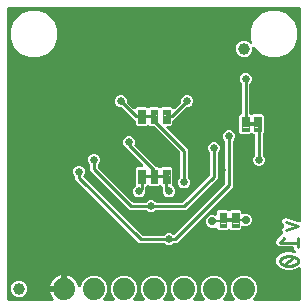
<source format=gbl>
G04 EAGLE Gerber RS-274X export*
G75*
%MOMM*%
%FSLAX34Y34*%
%LPD*%
%INBottom Copper*%
%IPPOS*%
%AMOC8*
5,1,8,0,0,1.08239X$1,22.5*%
G01*
%ADD10C,0.279400*%
%ADD11C,1.000000*%
%ADD12C,1.879600*%
%ADD13C,0.099059*%
%ADD14C,0.254000*%
%ADD15C,0.660400*%
%ADD16C,0.177800*%
%ADD17C,0.705600*%

G36*
X40896Y2812D02*
X40896Y2812D01*
X41034Y2825D01*
X41053Y2832D01*
X41073Y2835D01*
X41202Y2886D01*
X41333Y2933D01*
X41350Y2944D01*
X41368Y2952D01*
X41481Y3033D01*
X41596Y3112D01*
X41610Y3127D01*
X41626Y3138D01*
X41715Y3246D01*
X41807Y3350D01*
X41816Y3368D01*
X41829Y3383D01*
X41888Y3509D01*
X41951Y3634D01*
X41956Y3653D01*
X41964Y3671D01*
X41990Y3808D01*
X42021Y3944D01*
X42020Y3964D01*
X42024Y3983D01*
X42015Y4122D01*
X42011Y4262D01*
X42005Y4281D01*
X42004Y4301D01*
X41961Y4433D01*
X41922Y4567D01*
X41912Y4584D01*
X41906Y4603D01*
X41831Y4721D01*
X41761Y4841D01*
X41742Y4862D01*
X41736Y4872D01*
X41721Y4886D01*
X41716Y4892D01*
X40589Y6443D01*
X39736Y8117D01*
X39155Y9904D01*
X39115Y10161D01*
X49530Y10161D01*
X49648Y10176D01*
X49767Y10183D01*
X49805Y10196D01*
X49845Y10201D01*
X49956Y10244D01*
X50069Y10281D01*
X50103Y10303D01*
X50141Y10318D01*
X50237Y10388D01*
X50338Y10451D01*
X50366Y10481D01*
X50398Y10504D01*
X50474Y10596D01*
X50556Y10683D01*
X50575Y10718D01*
X50601Y10749D01*
X50652Y10857D01*
X50709Y10961D01*
X50720Y11001D01*
X50737Y11037D01*
X50759Y11154D01*
X50789Y11269D01*
X50793Y11330D01*
X50797Y11350D01*
X50795Y11370D01*
X50799Y11430D01*
X50799Y12701D01*
X52070Y12701D01*
X52188Y12716D01*
X52307Y12723D01*
X52345Y12736D01*
X52385Y12741D01*
X52496Y12785D01*
X52609Y12821D01*
X52644Y12843D01*
X52681Y12858D01*
X52777Y12928D01*
X52878Y12991D01*
X52906Y13021D01*
X52939Y13045D01*
X53014Y13136D01*
X53096Y13223D01*
X53116Y13258D01*
X53141Y13290D01*
X53192Y13397D01*
X53250Y13502D01*
X53260Y13541D01*
X53277Y13577D01*
X53299Y13694D01*
X53329Y13809D01*
X53333Y13870D01*
X53337Y13890D01*
X53335Y13910D01*
X53339Y13970D01*
X53339Y24385D01*
X53596Y24345D01*
X55383Y23764D01*
X57057Y22911D01*
X58578Y21806D01*
X59906Y20478D01*
X61011Y18957D01*
X61864Y17283D01*
X62445Y15496D01*
X62520Y15023D01*
X62555Y14900D01*
X62586Y14774D01*
X62600Y14747D01*
X62608Y14718D01*
X62674Y14607D01*
X62734Y14493D01*
X62755Y14470D01*
X62770Y14444D01*
X62861Y14353D01*
X62948Y14257D01*
X62974Y14241D01*
X62995Y14219D01*
X63106Y14154D01*
X63214Y14082D01*
X63243Y14073D01*
X63269Y14057D01*
X63393Y14021D01*
X63515Y13979D01*
X63545Y13977D01*
X63574Y13968D01*
X63703Y13964D01*
X63832Y13954D01*
X63862Y13959D01*
X63892Y13958D01*
X64018Y13986D01*
X64145Y14008D01*
X64173Y14021D01*
X64202Y14027D01*
X64318Y14086D01*
X64435Y14139D01*
X64459Y14158D01*
X64486Y14172D01*
X64583Y14257D01*
X64684Y14338D01*
X64702Y14362D01*
X64724Y14382D01*
X64797Y14489D01*
X64875Y14592D01*
X64894Y14630D01*
X64903Y14644D01*
X64911Y14665D01*
X64946Y14736D01*
X66725Y19031D01*
X69869Y22175D01*
X73977Y23877D01*
X78423Y23877D01*
X82531Y22175D01*
X85675Y19031D01*
X87377Y14923D01*
X87377Y10477D01*
X85675Y6369D01*
X84268Y4961D01*
X84182Y4852D01*
X84094Y4745D01*
X84085Y4726D01*
X84073Y4710D01*
X84017Y4582D01*
X83958Y4457D01*
X83955Y4437D01*
X83946Y4418D01*
X83925Y4280D01*
X83899Y4144D01*
X83900Y4124D01*
X83897Y4104D01*
X83910Y3965D01*
X83918Y3827D01*
X83925Y3808D01*
X83926Y3788D01*
X83974Y3656D01*
X84016Y3525D01*
X84027Y3507D01*
X84034Y3488D01*
X84112Y3373D01*
X84186Y3256D01*
X84201Y3242D01*
X84213Y3225D01*
X84317Y3133D01*
X84418Y3038D01*
X84436Y3028D01*
X84451Y3015D01*
X84575Y2951D01*
X84697Y2884D01*
X84716Y2879D01*
X84734Y2870D01*
X84870Y2840D01*
X85005Y2805D01*
X85033Y2803D01*
X85045Y2800D01*
X85065Y2801D01*
X85165Y2795D01*
X92635Y2795D01*
X92773Y2812D01*
X92911Y2825D01*
X92930Y2832D01*
X92950Y2835D01*
X93080Y2886D01*
X93210Y2933D01*
X93227Y2944D01*
X93246Y2952D01*
X93358Y3033D01*
X93474Y3111D01*
X93487Y3127D01*
X93503Y3138D01*
X93592Y3246D01*
X93684Y3350D01*
X93693Y3368D01*
X93706Y3383D01*
X93765Y3509D01*
X93829Y3633D01*
X93833Y3653D01*
X93842Y3671D01*
X93868Y3808D01*
X93898Y3943D01*
X93898Y3964D01*
X93901Y3983D01*
X93893Y4122D01*
X93889Y4261D01*
X93883Y4281D01*
X93882Y4301D01*
X93839Y4433D01*
X93800Y4567D01*
X93790Y4584D01*
X93784Y4603D01*
X93709Y4721D01*
X93639Y4841D01*
X93620Y4862D01*
X93614Y4872D01*
X93599Y4886D01*
X93532Y4961D01*
X92125Y6369D01*
X90423Y10477D01*
X90423Y14923D01*
X92125Y19031D01*
X95269Y22175D01*
X99377Y23877D01*
X103823Y23877D01*
X107931Y22175D01*
X111075Y19031D01*
X112777Y14923D01*
X112777Y10477D01*
X111075Y6369D01*
X109668Y4961D01*
X109582Y4852D01*
X109494Y4745D01*
X109485Y4726D01*
X109473Y4710D01*
X109417Y4582D01*
X109358Y4457D01*
X109355Y4437D01*
X109346Y4418D01*
X109325Y4280D01*
X109299Y4144D01*
X109300Y4124D01*
X109297Y4104D01*
X109310Y3965D01*
X109318Y3827D01*
X109325Y3808D01*
X109326Y3788D01*
X109374Y3656D01*
X109416Y3525D01*
X109427Y3507D01*
X109434Y3488D01*
X109512Y3373D01*
X109586Y3256D01*
X109601Y3242D01*
X109613Y3225D01*
X109717Y3133D01*
X109818Y3038D01*
X109836Y3028D01*
X109851Y3015D01*
X109975Y2951D01*
X110097Y2884D01*
X110116Y2879D01*
X110134Y2870D01*
X110270Y2840D01*
X110405Y2805D01*
X110433Y2803D01*
X110445Y2800D01*
X110465Y2801D01*
X110565Y2795D01*
X118035Y2795D01*
X118173Y2812D01*
X118311Y2825D01*
X118330Y2832D01*
X118350Y2835D01*
X118480Y2886D01*
X118610Y2933D01*
X118627Y2944D01*
X118646Y2952D01*
X118758Y3033D01*
X118874Y3111D01*
X118887Y3127D01*
X118903Y3138D01*
X118992Y3246D01*
X119084Y3350D01*
X119093Y3368D01*
X119106Y3383D01*
X119165Y3509D01*
X119229Y3633D01*
X119233Y3653D01*
X119242Y3671D01*
X119268Y3808D01*
X119298Y3943D01*
X119298Y3964D01*
X119301Y3983D01*
X119293Y4122D01*
X119289Y4261D01*
X119283Y4281D01*
X119282Y4301D01*
X119239Y4433D01*
X119200Y4567D01*
X119190Y4584D01*
X119184Y4603D01*
X119109Y4721D01*
X119039Y4841D01*
X119020Y4862D01*
X119014Y4872D01*
X118999Y4886D01*
X118932Y4961D01*
X117525Y6369D01*
X115823Y10477D01*
X115823Y14923D01*
X117525Y19031D01*
X120669Y22175D01*
X124777Y23877D01*
X129223Y23877D01*
X133331Y22175D01*
X136475Y19031D01*
X138177Y14923D01*
X138177Y10477D01*
X136475Y6369D01*
X135068Y4961D01*
X134982Y4852D01*
X134894Y4745D01*
X134885Y4726D01*
X134873Y4710D01*
X134817Y4582D01*
X134758Y4457D01*
X134755Y4437D01*
X134746Y4418D01*
X134725Y4280D01*
X134699Y4144D01*
X134700Y4124D01*
X134697Y4104D01*
X134710Y3965D01*
X134718Y3827D01*
X134725Y3808D01*
X134726Y3788D01*
X134774Y3656D01*
X134816Y3525D01*
X134827Y3507D01*
X134834Y3488D01*
X134912Y3373D01*
X134986Y3256D01*
X135001Y3242D01*
X135013Y3225D01*
X135117Y3133D01*
X135218Y3038D01*
X135236Y3028D01*
X135251Y3015D01*
X135375Y2951D01*
X135497Y2884D01*
X135516Y2879D01*
X135534Y2870D01*
X135670Y2840D01*
X135805Y2805D01*
X135833Y2803D01*
X135845Y2800D01*
X135865Y2801D01*
X135965Y2795D01*
X143435Y2795D01*
X143573Y2812D01*
X143711Y2825D01*
X143730Y2832D01*
X143750Y2835D01*
X143880Y2886D01*
X144010Y2933D01*
X144027Y2944D01*
X144046Y2952D01*
X144158Y3033D01*
X144274Y3111D01*
X144287Y3127D01*
X144303Y3138D01*
X144392Y3246D01*
X144484Y3350D01*
X144493Y3368D01*
X144506Y3383D01*
X144565Y3509D01*
X144629Y3633D01*
X144633Y3653D01*
X144642Y3671D01*
X144668Y3808D01*
X144698Y3943D01*
X144698Y3964D01*
X144701Y3983D01*
X144693Y4122D01*
X144689Y4261D01*
X144683Y4281D01*
X144682Y4301D01*
X144639Y4433D01*
X144600Y4567D01*
X144590Y4584D01*
X144584Y4603D01*
X144509Y4721D01*
X144439Y4841D01*
X144420Y4862D01*
X144414Y4872D01*
X144399Y4886D01*
X144332Y4961D01*
X142925Y6369D01*
X141223Y10477D01*
X141223Y14923D01*
X142925Y19031D01*
X146069Y22175D01*
X150177Y23877D01*
X154623Y23877D01*
X158731Y22175D01*
X161875Y19031D01*
X163577Y14923D01*
X163577Y10477D01*
X161875Y6369D01*
X160468Y4961D01*
X160382Y4852D01*
X160294Y4745D01*
X160285Y4726D01*
X160273Y4710D01*
X160217Y4582D01*
X160158Y4457D01*
X160155Y4437D01*
X160146Y4418D01*
X160125Y4280D01*
X160099Y4144D01*
X160100Y4124D01*
X160097Y4104D01*
X160110Y3965D01*
X160118Y3827D01*
X160125Y3808D01*
X160126Y3788D01*
X160174Y3656D01*
X160216Y3525D01*
X160227Y3507D01*
X160234Y3488D01*
X160312Y3373D01*
X160386Y3256D01*
X160401Y3242D01*
X160413Y3225D01*
X160517Y3133D01*
X160618Y3038D01*
X160636Y3028D01*
X160651Y3015D01*
X160775Y2951D01*
X160897Y2884D01*
X160916Y2879D01*
X160934Y2870D01*
X161070Y2840D01*
X161205Y2805D01*
X161233Y2803D01*
X161245Y2800D01*
X161265Y2801D01*
X161365Y2795D01*
X168835Y2795D01*
X168973Y2812D01*
X169111Y2825D01*
X169130Y2832D01*
X169150Y2835D01*
X169280Y2886D01*
X169410Y2933D01*
X169427Y2944D01*
X169446Y2952D01*
X169558Y3033D01*
X169674Y3111D01*
X169687Y3127D01*
X169703Y3138D01*
X169792Y3246D01*
X169884Y3350D01*
X169893Y3368D01*
X169906Y3383D01*
X169965Y3509D01*
X170029Y3633D01*
X170033Y3653D01*
X170042Y3671D01*
X170068Y3808D01*
X170098Y3943D01*
X170098Y3964D01*
X170101Y3983D01*
X170093Y4122D01*
X170089Y4261D01*
X170083Y4281D01*
X170082Y4301D01*
X170039Y4433D01*
X170000Y4567D01*
X169990Y4584D01*
X169984Y4603D01*
X169909Y4721D01*
X169839Y4841D01*
X169820Y4862D01*
X169814Y4872D01*
X169799Y4886D01*
X169732Y4961D01*
X168325Y6369D01*
X166623Y10477D01*
X166623Y14923D01*
X168325Y19031D01*
X171469Y22175D01*
X175577Y23877D01*
X180023Y23877D01*
X184131Y22175D01*
X187275Y19031D01*
X188977Y14923D01*
X188977Y10477D01*
X187275Y6369D01*
X185868Y4961D01*
X185782Y4852D01*
X185694Y4745D01*
X185685Y4726D01*
X185673Y4710D01*
X185617Y4582D01*
X185558Y4457D01*
X185555Y4437D01*
X185546Y4418D01*
X185525Y4280D01*
X185499Y4144D01*
X185500Y4124D01*
X185497Y4104D01*
X185510Y3965D01*
X185518Y3827D01*
X185525Y3808D01*
X185526Y3788D01*
X185574Y3656D01*
X185616Y3525D01*
X185627Y3507D01*
X185634Y3488D01*
X185712Y3373D01*
X185786Y3256D01*
X185801Y3242D01*
X185813Y3225D01*
X185917Y3133D01*
X186018Y3038D01*
X186036Y3028D01*
X186051Y3015D01*
X186175Y2951D01*
X186297Y2884D01*
X186316Y2879D01*
X186334Y2870D01*
X186470Y2840D01*
X186605Y2805D01*
X186633Y2803D01*
X186645Y2800D01*
X186665Y2801D01*
X186765Y2795D01*
X194235Y2795D01*
X194373Y2812D01*
X194511Y2825D01*
X194530Y2832D01*
X194550Y2835D01*
X194680Y2886D01*
X194810Y2933D01*
X194827Y2944D01*
X194846Y2952D01*
X194958Y3033D01*
X195074Y3111D01*
X195087Y3127D01*
X195103Y3138D01*
X195192Y3246D01*
X195284Y3350D01*
X195293Y3368D01*
X195306Y3383D01*
X195365Y3509D01*
X195429Y3633D01*
X195433Y3653D01*
X195442Y3671D01*
X195468Y3808D01*
X195498Y3943D01*
X195498Y3964D01*
X195501Y3983D01*
X195493Y4122D01*
X195489Y4261D01*
X195483Y4281D01*
X195482Y4301D01*
X195439Y4433D01*
X195400Y4567D01*
X195390Y4584D01*
X195384Y4603D01*
X195309Y4721D01*
X195239Y4841D01*
X195220Y4862D01*
X195214Y4872D01*
X195199Y4886D01*
X195132Y4961D01*
X193725Y6369D01*
X192023Y10477D01*
X192023Y14923D01*
X193725Y19031D01*
X196869Y22175D01*
X200977Y23877D01*
X205423Y23877D01*
X209531Y22175D01*
X212675Y19031D01*
X214377Y14923D01*
X214377Y10477D01*
X212675Y6369D01*
X211268Y4961D01*
X211182Y4852D01*
X211094Y4745D01*
X211085Y4726D01*
X211073Y4710D01*
X211017Y4582D01*
X210958Y4457D01*
X210955Y4437D01*
X210946Y4418D01*
X210925Y4280D01*
X210899Y4144D01*
X210900Y4124D01*
X210897Y4104D01*
X210910Y3965D01*
X210918Y3827D01*
X210925Y3808D01*
X210926Y3788D01*
X210974Y3656D01*
X211016Y3525D01*
X211027Y3507D01*
X211034Y3488D01*
X211112Y3373D01*
X211186Y3256D01*
X211201Y3242D01*
X211213Y3225D01*
X211317Y3133D01*
X211418Y3038D01*
X211436Y3028D01*
X211451Y3015D01*
X211575Y2951D01*
X211697Y2884D01*
X211716Y2879D01*
X211734Y2870D01*
X211870Y2840D01*
X212005Y2805D01*
X212033Y2803D01*
X212045Y2800D01*
X212065Y2801D01*
X212165Y2795D01*
X249936Y2795D01*
X250054Y2810D01*
X250173Y2817D01*
X250211Y2830D01*
X250252Y2835D01*
X250362Y2878D01*
X250475Y2915D01*
X250510Y2937D01*
X250547Y2952D01*
X250643Y3021D01*
X250744Y3085D01*
X250772Y3115D01*
X250805Y3138D01*
X250881Y3230D01*
X250962Y3317D01*
X250982Y3352D01*
X251007Y3383D01*
X251058Y3491D01*
X251116Y3595D01*
X251126Y3635D01*
X251143Y3671D01*
X251165Y3788D01*
X251195Y3903D01*
X251199Y3963D01*
X251203Y3983D01*
X251201Y4004D01*
X251205Y4064D01*
X251205Y29859D01*
X251204Y29869D01*
X251205Y29879D01*
X251184Y30026D01*
X251165Y30175D01*
X251162Y30184D01*
X251160Y30194D01*
X251103Y30331D01*
X251048Y30470D01*
X251043Y30479D01*
X251039Y30488D01*
X250949Y30607D01*
X250862Y30728D01*
X250854Y30734D01*
X250848Y30742D01*
X250732Y30835D01*
X250617Y30931D01*
X250607Y30935D01*
X250600Y30941D01*
X250464Y31003D01*
X250329Y31066D01*
X250319Y31068D01*
X250310Y31072D01*
X250162Y31098D01*
X250017Y31126D01*
X250007Y31125D01*
X249997Y31127D01*
X249847Y31115D01*
X249699Y31106D01*
X249690Y31103D01*
X249680Y31102D01*
X249524Y31060D01*
X248001Y30537D01*
X247997Y30536D01*
X247856Y30478D01*
X246514Y29823D01*
X243068Y29028D01*
X239532Y29028D01*
X236086Y29823D01*
X235926Y29901D01*
X235796Y29946D01*
X235669Y29994D01*
X235638Y29999D01*
X235625Y30004D01*
X235604Y30005D01*
X235510Y30022D01*
X235472Y30026D01*
X235391Y30095D01*
X235306Y30178D01*
X235271Y30198D01*
X235239Y30225D01*
X235100Y30304D01*
X234748Y30476D01*
X234747Y30476D01*
X234743Y30478D01*
X234739Y30479D01*
X234599Y30538D01*
X232962Y31099D01*
X230631Y34362D01*
X230631Y38372D01*
X232962Y41634D01*
X234599Y42196D01*
X234603Y42198D01*
X234743Y42255D01*
X236086Y42910D01*
X239532Y43705D01*
X243068Y43705D01*
X245729Y43091D01*
X245852Y43079D01*
X245974Y43059D01*
X246009Y43063D01*
X246045Y43059D01*
X246167Y43078D01*
X246290Y43089D01*
X246324Y43101D01*
X246359Y43107D01*
X246473Y43155D01*
X246590Y43197D01*
X246619Y43217D01*
X246652Y43231D01*
X246751Y43306D01*
X246853Y43375D01*
X246877Y43402D01*
X246905Y43424D01*
X246982Y43521D01*
X247063Y43614D01*
X247080Y43646D01*
X247102Y43674D01*
X247152Y43787D01*
X247208Y43897D01*
X247216Y43932D01*
X247230Y43965D01*
X247250Y44087D01*
X247278Y44207D01*
X247276Y44243D01*
X247282Y44278D01*
X247272Y44401D01*
X247268Y44525D01*
X247258Y44560D01*
X247255Y44595D01*
X247214Y44712D01*
X247179Y44831D01*
X247161Y44861D01*
X247149Y44895D01*
X247081Y44998D01*
X247018Y45105D01*
X246983Y45144D01*
X246973Y45160D01*
X246957Y45174D01*
X246912Y45225D01*
X245617Y46520D01*
X245617Y47553D01*
X245602Y47671D01*
X245595Y47790D01*
X245582Y47828D01*
X245577Y47868D01*
X245534Y47979D01*
X245497Y48092D01*
X245475Y48126D01*
X245460Y48164D01*
X245391Y48260D01*
X245327Y48361D01*
X245297Y48389D01*
X245274Y48421D01*
X245182Y48497D01*
X245095Y48579D01*
X245060Y48598D01*
X245029Y48624D01*
X244921Y48675D01*
X244817Y48732D01*
X244777Y48743D01*
X244741Y48760D01*
X244624Y48782D01*
X244509Y48812D01*
X244449Y48816D01*
X244429Y48820D01*
X244408Y48818D01*
X244348Y48822D01*
X234053Y48822D01*
X234039Y48820D01*
X233913Y48814D01*
X232801Y48691D01*
X232770Y48710D01*
X232742Y48718D01*
X232716Y48732D01*
X232590Y48765D01*
X232530Y48783D01*
X231736Y49578D01*
X231724Y49587D01*
X231631Y49672D01*
X230757Y50371D01*
X230748Y50407D01*
X230735Y50432D01*
X230727Y50460D01*
X230661Y50572D01*
X230631Y50628D01*
X230631Y51752D01*
X230629Y51766D01*
X230624Y51892D01*
X230500Y53004D01*
X230519Y53035D01*
X230528Y53063D01*
X230542Y53088D01*
X230556Y53145D01*
X230569Y53172D01*
X230582Y53240D01*
X230593Y53275D01*
X231387Y54069D01*
X231396Y54080D01*
X231481Y54174D01*
X235610Y59335D01*
X235631Y59346D01*
X235700Y59409D01*
X235776Y59465D01*
X235817Y59516D01*
X235866Y59560D01*
X235917Y59639D01*
X235977Y59711D01*
X236005Y59771D01*
X236041Y59826D01*
X236071Y59915D01*
X236110Y60000D01*
X236122Y60065D01*
X236144Y60127D01*
X236151Y60221D01*
X236168Y60313D01*
X236163Y60378D01*
X236169Y60444D01*
X236152Y60536D01*
X236146Y60630D01*
X236117Y60740D01*
X236114Y60757D01*
X236110Y60766D01*
X236105Y60786D01*
X235374Y62979D01*
X236633Y65498D01*
X236643Y65526D01*
X236658Y65552D01*
X236696Y65676D01*
X236739Y65798D01*
X236741Y65828D01*
X236750Y65857D01*
X236755Y65986D01*
X236766Y66115D01*
X236761Y66144D01*
X236762Y66174D01*
X236735Y66301D01*
X236714Y66429D01*
X236702Y66456D01*
X236696Y66485D01*
X236633Y66634D01*
X235374Y69152D01*
X236206Y71648D01*
X238559Y72825D01*
X248392Y69547D01*
X248401Y69545D01*
X248409Y69542D01*
X248556Y69514D01*
X248704Y69485D01*
X248713Y69486D01*
X248722Y69484D01*
X248871Y69494D01*
X249021Y69503D01*
X249368Y69329D01*
X249458Y69297D01*
X249543Y69257D01*
X249607Y69245D01*
X249668Y69223D01*
X249763Y69215D01*
X249856Y69197D01*
X249920Y69201D01*
X249985Y69196D01*
X250078Y69211D01*
X250173Y69217D01*
X250235Y69237D01*
X250299Y69248D01*
X250385Y69286D01*
X250475Y69315D01*
X250530Y69350D01*
X250590Y69376D01*
X250664Y69435D01*
X250744Y69485D01*
X250789Y69533D01*
X250840Y69573D01*
X250897Y69648D01*
X250962Y69717D01*
X250993Y69774D01*
X251033Y69825D01*
X251070Y69913D01*
X251116Y69995D01*
X251132Y70058D01*
X251157Y70118D01*
X251171Y70212D01*
X251195Y70303D01*
X251202Y70414D01*
X251205Y70433D01*
X251204Y70442D01*
X251205Y70464D01*
X251205Y249936D01*
X251190Y250054D01*
X251183Y250173D01*
X251170Y250211D01*
X251165Y250252D01*
X251122Y250362D01*
X251085Y250475D01*
X251063Y250510D01*
X251048Y250547D01*
X250979Y250643D01*
X250915Y250744D01*
X250885Y250772D01*
X250862Y250805D01*
X250770Y250881D01*
X250683Y250962D01*
X250648Y250982D01*
X250617Y251007D01*
X250509Y251058D01*
X250405Y251116D01*
X250365Y251126D01*
X250329Y251143D01*
X250212Y251165D01*
X250097Y251195D01*
X250037Y251199D01*
X250017Y251203D01*
X249996Y251201D01*
X249936Y251205D01*
X4064Y251205D01*
X3946Y251190D01*
X3827Y251183D01*
X3789Y251170D01*
X3748Y251165D01*
X3638Y251122D01*
X3525Y251085D01*
X3490Y251063D01*
X3453Y251048D01*
X3357Y250979D01*
X3256Y250915D01*
X3228Y250885D01*
X3195Y250862D01*
X3119Y250770D01*
X3038Y250683D01*
X3018Y250648D01*
X2993Y250617D01*
X2942Y250509D01*
X2884Y250405D01*
X2874Y250365D01*
X2857Y250329D01*
X2835Y250212D01*
X2805Y250097D01*
X2801Y250037D01*
X2797Y250017D01*
X2799Y249996D01*
X2795Y249936D01*
X2795Y4064D01*
X2810Y3946D01*
X2817Y3827D01*
X2830Y3789D01*
X2835Y3748D01*
X2878Y3638D01*
X2915Y3525D01*
X2937Y3490D01*
X2952Y3453D01*
X3021Y3357D01*
X3085Y3256D01*
X3115Y3228D01*
X3138Y3195D01*
X3230Y3119D01*
X3317Y3038D01*
X3352Y3018D01*
X3383Y2993D01*
X3491Y2942D01*
X3595Y2884D01*
X3635Y2874D01*
X3671Y2857D01*
X3788Y2835D01*
X3903Y2805D01*
X3963Y2801D01*
X3983Y2797D01*
X4004Y2799D01*
X4064Y2795D01*
X40757Y2795D01*
X40896Y2812D01*
G37*
%LPC*%
G36*
X138689Y49529D02*
X138689Y49529D01*
X136822Y50303D01*
X135935Y51190D01*
X135857Y51250D01*
X135785Y51318D01*
X135732Y51347D01*
X135684Y51384D01*
X135593Y51424D01*
X135506Y51472D01*
X135448Y51487D01*
X135392Y51511D01*
X135294Y51526D01*
X135198Y51551D01*
X135098Y51557D01*
X135078Y51561D01*
X135066Y51559D01*
X135038Y51561D01*
X114307Y51561D01*
X60451Y105417D01*
X60451Y107338D01*
X60439Y107436D01*
X60436Y107535D01*
X60419Y107593D01*
X60411Y107653D01*
X60375Y107745D01*
X60347Y107840D01*
X60317Y107893D01*
X60294Y107949D01*
X60236Y108029D01*
X60186Y108114D01*
X60120Y108190D01*
X60108Y108206D01*
X60098Y108214D01*
X60080Y108235D01*
X59193Y109122D01*
X58419Y110989D01*
X58419Y113011D01*
X59193Y114878D01*
X60622Y116307D01*
X62489Y117081D01*
X64511Y117081D01*
X66378Y116307D01*
X67807Y114878D01*
X68581Y113011D01*
X68581Y110989D01*
X67807Y109122D01*
X67486Y108801D01*
X67413Y108707D01*
X67334Y108617D01*
X67316Y108581D01*
X67291Y108549D01*
X67244Y108440D01*
X67190Y108334D01*
X67181Y108295D01*
X67165Y108258D01*
X67146Y108140D01*
X67120Y108024D01*
X67121Y107983D01*
X67115Y107943D01*
X67126Y107825D01*
X67130Y107706D01*
X67141Y107667D01*
X67145Y107627D01*
X67185Y107515D01*
X67218Y107400D01*
X67238Y107366D01*
X67252Y107328D01*
X67319Y107229D01*
X67379Y107126D01*
X67419Y107081D01*
X67431Y107064D01*
X67446Y107051D01*
X67486Y107006D01*
X116461Y58030D01*
X116539Y57970D01*
X116611Y57902D01*
X116664Y57873D01*
X116712Y57836D01*
X116803Y57796D01*
X116890Y57748D01*
X116949Y57733D01*
X117004Y57709D01*
X117102Y57694D01*
X117198Y57669D01*
X117298Y57663D01*
X117318Y57659D01*
X117331Y57661D01*
X117359Y57659D01*
X135038Y57659D01*
X135136Y57671D01*
X135235Y57674D01*
X135293Y57691D01*
X135353Y57699D01*
X135445Y57735D01*
X135540Y57763D01*
X135593Y57793D01*
X135649Y57816D01*
X135729Y57874D01*
X135814Y57924D01*
X135890Y57990D01*
X135906Y58002D01*
X135914Y58012D01*
X135935Y58030D01*
X136822Y58917D01*
X138689Y59691D01*
X140711Y59691D01*
X142578Y58917D01*
X142779Y58716D01*
X142873Y58643D01*
X142963Y58564D01*
X142999Y58546D01*
X143031Y58521D01*
X143140Y58474D01*
X143246Y58420D01*
X143285Y58411D01*
X143322Y58395D01*
X143440Y58376D01*
X143556Y58350D01*
X143597Y58351D01*
X143637Y58345D01*
X143755Y58356D01*
X143874Y58360D01*
X143913Y58371D01*
X143953Y58375D01*
X144065Y58415D01*
X144180Y58448D01*
X144214Y58468D01*
X144252Y58482D01*
X144351Y58549D01*
X144454Y58609D01*
X144499Y58649D01*
X144516Y58661D01*
X144529Y58676D01*
X144574Y58716D01*
X187080Y101221D01*
X187140Y101299D01*
X187208Y101371D01*
X187237Y101424D01*
X187274Y101472D01*
X187314Y101563D01*
X187362Y101650D01*
X187377Y101709D01*
X187401Y101764D01*
X187416Y101862D01*
X187441Y101958D01*
X187447Y102058D01*
X187451Y102078D01*
X187449Y102091D01*
X187451Y102119D01*
X187451Y137338D01*
X187439Y137436D01*
X187436Y137535D01*
X187430Y137555D01*
X187429Y137572D01*
X187417Y137609D01*
X187411Y137653D01*
X187375Y137745D01*
X187347Y137840D01*
X187335Y137861D01*
X187331Y137875D01*
X187312Y137905D01*
X187294Y137949D01*
X187236Y138029D01*
X187186Y138114D01*
X187162Y138142D01*
X187161Y138143D01*
X187159Y138145D01*
X187120Y138190D01*
X187108Y138206D01*
X187098Y138214D01*
X187080Y138235D01*
X186193Y139122D01*
X185419Y140989D01*
X185419Y143011D01*
X186193Y144878D01*
X187622Y146307D01*
X189489Y147081D01*
X191511Y147081D01*
X193378Y146307D01*
X194807Y144878D01*
X195581Y143011D01*
X195581Y140989D01*
X194807Y139122D01*
X193920Y138235D01*
X193860Y138157D01*
X193792Y138085D01*
X193768Y138042D01*
X193747Y138016D01*
X193741Y138004D01*
X193726Y137984D01*
X193686Y137893D01*
X193638Y137806D01*
X193627Y137762D01*
X193611Y137728D01*
X193608Y137713D01*
X193599Y137692D01*
X193584Y137594D01*
X193559Y137498D01*
X193555Y137434D01*
X193551Y137416D01*
X193552Y137397D01*
X193549Y137378D01*
X193551Y137366D01*
X193549Y137338D01*
X193549Y99067D01*
X146043Y51561D01*
X144362Y51561D01*
X144264Y51549D01*
X144165Y51546D01*
X144107Y51529D01*
X144047Y51521D01*
X143955Y51485D01*
X143860Y51457D01*
X143807Y51427D01*
X143751Y51404D01*
X143671Y51346D01*
X143586Y51296D01*
X143510Y51230D01*
X143494Y51218D01*
X143486Y51208D01*
X143465Y51190D01*
X142578Y50303D01*
X140711Y49529D01*
X138689Y49529D01*
G37*
%LPD*%
%LPC*%
G36*
X224709Y209041D02*
X224709Y209041D01*
X217521Y212019D01*
X212145Y217394D01*
X212036Y217480D01*
X211929Y217568D01*
X211910Y217577D01*
X211894Y217589D01*
X211766Y217645D01*
X211641Y217704D01*
X211621Y217708D01*
X211602Y217716D01*
X211464Y217738D01*
X211328Y217764D01*
X211308Y217762D01*
X211288Y217765D01*
X211149Y217752D01*
X211011Y217744D01*
X210992Y217738D01*
X210972Y217736D01*
X210840Y217688D01*
X210709Y217646D01*
X210691Y217635D01*
X210672Y217628D01*
X210557Y217550D01*
X210440Y217476D01*
X210426Y217461D01*
X210409Y217449D01*
X210317Y217345D01*
X210222Y217244D01*
X210212Y217226D01*
X210199Y217211D01*
X210135Y217087D01*
X210068Y216965D01*
X210063Y216946D01*
X210054Y216928D01*
X210024Y216792D01*
X209989Y216658D01*
X209987Y216629D01*
X209984Y216617D01*
X209985Y216597D01*
X209979Y216497D01*
X209979Y214552D01*
X208947Y212060D01*
X207040Y210153D01*
X204548Y209121D01*
X201852Y209121D01*
X199360Y210153D01*
X197453Y212060D01*
X196421Y214552D01*
X196421Y217248D01*
X197453Y219740D01*
X199360Y221647D01*
X201852Y222679D01*
X204548Y222679D01*
X207040Y221647D01*
X208110Y220576D01*
X208165Y220534D01*
X208214Y220483D01*
X208291Y220436D01*
X208361Y220381D01*
X208425Y220354D01*
X208485Y220317D01*
X208571Y220291D01*
X208653Y220255D01*
X208722Y220244D01*
X208789Y220224D01*
X208878Y220219D01*
X208967Y220205D01*
X209037Y220212D01*
X209107Y220208D01*
X209194Y220227D01*
X209284Y220235D01*
X209350Y220259D01*
X209418Y220273D01*
X209499Y220312D01*
X209583Y220343D01*
X209641Y220382D01*
X209704Y220412D01*
X209772Y220471D01*
X209846Y220521D01*
X209893Y220574D01*
X209946Y220619D01*
X209998Y220692D01*
X210057Y220760D01*
X210089Y220822D01*
X210129Y220879D01*
X210161Y220963D01*
X210202Y221043D01*
X210217Y221111D01*
X210242Y221176D01*
X210252Y221266D01*
X210271Y221353D01*
X210269Y221423D01*
X210277Y221492D01*
X210264Y221581D01*
X210262Y221671D01*
X210242Y221738D01*
X210232Y221807D01*
X210180Y221960D01*
X209041Y224709D01*
X209041Y232491D01*
X212019Y239679D01*
X217521Y245181D01*
X224709Y248159D01*
X232491Y248159D01*
X239679Y245181D01*
X245181Y239679D01*
X248159Y232491D01*
X248159Y224709D01*
X245181Y217521D01*
X239679Y212019D01*
X232491Y209041D01*
X224709Y209041D01*
G37*
%LPD*%
%LPC*%
G36*
X151389Y97789D02*
X151389Y97789D01*
X149522Y98563D01*
X148093Y99992D01*
X147319Y101859D01*
X147319Y103881D01*
X148093Y105748D01*
X148980Y106635D01*
X149040Y106713D01*
X149108Y106785D01*
X149137Y106838D01*
X149174Y106886D01*
X149214Y106977D01*
X149262Y107064D01*
X149277Y107122D01*
X149301Y107178D01*
X149316Y107276D01*
X149341Y107372D01*
X149347Y107472D01*
X149351Y107492D01*
X149349Y107504D01*
X149351Y107532D01*
X149351Y127842D01*
X149339Y127940D01*
X149336Y128039D01*
X149319Y128097D01*
X149311Y128157D01*
X149275Y128249D01*
X149247Y128344D01*
X149217Y128397D01*
X149194Y128453D01*
X149136Y128533D01*
X149086Y128618D01*
X149020Y128694D01*
X149008Y128710D01*
X148998Y128718D01*
X148980Y128739D01*
X127469Y150250D01*
X127391Y150310D01*
X127319Y150378D01*
X127266Y150407D01*
X127218Y150444D01*
X127127Y150484D01*
X127040Y150532D01*
X126982Y150547D01*
X126926Y150571D01*
X126828Y150586D01*
X126732Y150611D01*
X126632Y150617D01*
X126612Y150621D01*
X126600Y150619D01*
X126572Y150621D01*
X123251Y150621D01*
X122691Y151182D01*
X122597Y151255D01*
X122507Y151334D01*
X122471Y151352D01*
X122439Y151377D01*
X122330Y151424D01*
X122224Y151478D01*
X122185Y151487D01*
X122147Y151503D01*
X122030Y151522D01*
X121914Y151548D01*
X121873Y151547D01*
X121833Y151553D01*
X121715Y151542D01*
X121596Y151538D01*
X121557Y151527D01*
X121517Y151523D01*
X121404Y151483D01*
X121290Y151450D01*
X121256Y151430D01*
X121217Y151416D01*
X121119Y151349D01*
X121016Y151289D01*
X120971Y151249D01*
X120954Y151237D01*
X120941Y151222D01*
X120896Y151182D01*
X120335Y150621D01*
X112837Y150621D01*
X111505Y151953D01*
X111505Y154432D01*
X111490Y154550D01*
X111483Y154669D01*
X111470Y154707D01*
X111465Y154748D01*
X111422Y154858D01*
X111385Y154971D01*
X111363Y155006D01*
X111348Y155043D01*
X111279Y155139D01*
X111215Y155240D01*
X111185Y155268D01*
X111162Y155301D01*
X111070Y155377D01*
X110983Y155458D01*
X110948Y155478D01*
X110917Y155503D01*
X110809Y155554D01*
X110705Y155612D01*
X110665Y155622D01*
X110629Y155639D01*
X110543Y155655D01*
X100054Y166145D01*
X99976Y166205D01*
X99903Y166273D01*
X99850Y166302D01*
X99803Y166340D01*
X99712Y166379D01*
X99625Y166427D01*
X99566Y166442D01*
X99511Y166466D01*
X99413Y166481D01*
X99317Y166506D01*
X99217Y166513D01*
X99197Y166516D01*
X99184Y166515D01*
X99156Y166516D01*
X97902Y166516D01*
X96035Y167290D01*
X94606Y168719D01*
X93832Y170586D01*
X93832Y172608D01*
X94606Y174475D01*
X96035Y175904D01*
X97902Y176678D01*
X99924Y176678D01*
X101791Y175904D01*
X103220Y174475D01*
X103994Y172608D01*
X103994Y171354D01*
X104006Y171255D01*
X104009Y171156D01*
X104026Y171098D01*
X104033Y171038D01*
X104070Y170946D01*
X104097Y170851D01*
X104128Y170799D01*
X104151Y170742D01*
X104209Y170662D01*
X104259Y170577D01*
X104325Y170502D01*
X104337Y170485D01*
X104347Y170477D01*
X104365Y170456D01*
X109493Y165329D01*
X109587Y165256D01*
X109676Y165177D01*
X109712Y165159D01*
X109744Y165134D01*
X109853Y165087D01*
X109959Y165033D01*
X109999Y165024D01*
X110036Y165008D01*
X110153Y164989D01*
X110269Y164963D01*
X110310Y164964D01*
X110350Y164958D01*
X110468Y164969D01*
X110587Y164973D01*
X110626Y164984D01*
X110666Y164988D01*
X110779Y165028D01*
X110893Y165061D01*
X110928Y165082D01*
X110966Y165095D01*
X111064Y165162D01*
X111167Y165223D01*
X111212Y165262D01*
X111229Y165274D01*
X111242Y165289D01*
X111288Y165329D01*
X112837Y166879D01*
X120335Y166879D01*
X120896Y166318D01*
X120990Y166245D01*
X121079Y166166D01*
X121115Y166148D01*
X121147Y166123D01*
X121256Y166076D01*
X121362Y166022D01*
X121401Y166013D01*
X121439Y165997D01*
X121556Y165978D01*
X121672Y165952D01*
X121713Y165953D01*
X121753Y165947D01*
X121871Y165958D01*
X121990Y165962D01*
X122029Y165973D01*
X122069Y165977D01*
X122181Y166017D01*
X122296Y166050D01*
X122331Y166070D01*
X122369Y166084D01*
X122467Y166151D01*
X122570Y166211D01*
X122615Y166251D01*
X122632Y166263D01*
X122645Y166278D01*
X122691Y166318D01*
X123251Y166879D01*
X130749Y166879D01*
X131310Y166318D01*
X131404Y166245D01*
X131493Y166166D01*
X131529Y166148D01*
X131561Y166123D01*
X131670Y166076D01*
X131776Y166022D01*
X131815Y166013D01*
X131853Y165997D01*
X131970Y165978D01*
X132086Y165952D01*
X132127Y165953D01*
X132167Y165947D01*
X132285Y165958D01*
X132404Y165962D01*
X132443Y165973D01*
X132483Y165977D01*
X132595Y166017D01*
X132710Y166050D01*
X132745Y166070D01*
X132783Y166084D01*
X132881Y166151D01*
X132984Y166211D01*
X133029Y166251D01*
X133046Y166263D01*
X133059Y166278D01*
X133105Y166318D01*
X133665Y166879D01*
X141163Y166879D01*
X142712Y165329D01*
X142807Y165256D01*
X142896Y165177D01*
X142932Y165159D01*
X142964Y165134D01*
X143073Y165087D01*
X143179Y165033D01*
X143218Y165024D01*
X143256Y165008D01*
X143373Y164989D01*
X143489Y164963D01*
X143530Y164964D01*
X143570Y164958D01*
X143688Y164969D01*
X143807Y164973D01*
X143846Y164984D01*
X143886Y164988D01*
X143998Y165028D01*
X144113Y165061D01*
X144147Y165082D01*
X144186Y165095D01*
X144284Y165162D01*
X144387Y165223D01*
X144432Y165262D01*
X144449Y165274D01*
X144462Y165289D01*
X144507Y165329D01*
X149635Y170456D01*
X149695Y170534D01*
X149763Y170607D01*
X149792Y170660D01*
X149830Y170707D01*
X149869Y170798D01*
X149917Y170885D01*
X149932Y170944D01*
X149956Y170999D01*
X149971Y171097D01*
X149996Y171193D01*
X150003Y171293D01*
X150006Y171313D01*
X150005Y171326D01*
X150006Y171354D01*
X150006Y172608D01*
X150780Y174475D01*
X152209Y175904D01*
X154076Y176678D01*
X156098Y176678D01*
X157965Y175904D01*
X159394Y174475D01*
X160168Y172608D01*
X160168Y170586D01*
X159394Y168719D01*
X157965Y167290D01*
X156098Y166516D01*
X154844Y166516D01*
X154745Y166504D01*
X154646Y166501D01*
X154588Y166484D01*
X154528Y166477D01*
X154436Y166440D01*
X154341Y166413D01*
X154289Y166382D01*
X154232Y166359D01*
X154152Y166301D01*
X154067Y166251D01*
X153992Y166185D01*
X153975Y166173D01*
X153967Y166163D01*
X153946Y166145D01*
X143465Y155664D01*
X143448Y155661D01*
X143338Y155618D01*
X143225Y155581D01*
X143190Y155559D01*
X143153Y155544D01*
X143057Y155475D01*
X142956Y155411D01*
X142928Y155381D01*
X142895Y155358D01*
X142819Y155266D01*
X142738Y155179D01*
X142718Y155144D01*
X142693Y155113D01*
X142642Y155005D01*
X142584Y154901D01*
X142574Y154861D01*
X142557Y154825D01*
X142535Y154708D01*
X142505Y154593D01*
X142501Y154533D01*
X142497Y154513D01*
X142499Y154492D01*
X142495Y154432D01*
X142495Y151953D01*
X141163Y150621D01*
X138785Y150621D01*
X138647Y150604D01*
X138508Y150591D01*
X138489Y150584D01*
X138469Y150581D01*
X138340Y150530D01*
X138209Y150483D01*
X138192Y150472D01*
X138174Y150464D01*
X138062Y150383D01*
X137946Y150305D01*
X137933Y150289D01*
X137916Y150278D01*
X137828Y150170D01*
X137736Y150066D01*
X137726Y150048D01*
X137713Y150033D01*
X137654Y149907D01*
X137591Y149783D01*
X137587Y149763D01*
X137578Y149745D01*
X137552Y149609D01*
X137521Y149473D01*
X137522Y149452D01*
X137518Y149433D01*
X137527Y149294D01*
X137531Y149155D01*
X137537Y149135D01*
X137538Y149115D01*
X137581Y148983D01*
X137619Y148849D01*
X137630Y148832D01*
X137636Y148813D01*
X137710Y148695D01*
X137781Y148575D01*
X137800Y148554D01*
X137806Y148544D01*
X137821Y148530D01*
X137887Y148455D01*
X155449Y130893D01*
X155449Y107532D01*
X155461Y107434D01*
X155464Y107335D01*
X155481Y107277D01*
X155489Y107217D01*
X155525Y107125D01*
X155553Y107030D01*
X155583Y106977D01*
X155606Y106921D01*
X155664Y106841D01*
X155714Y106756D01*
X155780Y106680D01*
X155792Y106664D01*
X155802Y106656D01*
X155820Y106635D01*
X156707Y105748D01*
X157481Y103881D01*
X157481Y101859D01*
X156707Y99992D01*
X155278Y98563D01*
X153411Y97789D01*
X151389Y97789D01*
G37*
%LPD*%
%LPC*%
G36*
X21509Y209041D02*
X21509Y209041D01*
X14321Y212019D01*
X8819Y217521D01*
X5841Y224709D01*
X5841Y232491D01*
X8819Y239679D01*
X14321Y245181D01*
X21509Y248159D01*
X29291Y248159D01*
X36479Y245181D01*
X41981Y239679D01*
X44959Y232491D01*
X44959Y224709D01*
X41981Y217521D01*
X36479Y212019D01*
X29291Y209041D01*
X21509Y209041D01*
G37*
%LPD*%
%LPC*%
G36*
X123449Y77469D02*
X123449Y77469D01*
X121582Y78243D01*
X120695Y79130D01*
X120617Y79190D01*
X120545Y79258D01*
X120492Y79287D01*
X120444Y79324D01*
X120353Y79364D01*
X120266Y79412D01*
X120208Y79427D01*
X120152Y79451D01*
X120054Y79466D01*
X119958Y79491D01*
X119858Y79497D01*
X119838Y79501D01*
X119826Y79499D01*
X119798Y79501D01*
X106597Y79501D01*
X73081Y113017D01*
X73081Y117408D01*
X73069Y117506D01*
X73066Y117605D01*
X73049Y117663D01*
X73041Y117723D01*
X73005Y117816D01*
X72977Y117911D01*
X72947Y117963D01*
X72924Y118019D01*
X72866Y118099D01*
X72816Y118185D01*
X72749Y118260D01*
X72737Y118276D01*
X72728Y118284D01*
X72709Y118305D01*
X71823Y119192D01*
X71049Y121059D01*
X71049Y123081D01*
X71823Y124948D01*
X73252Y126377D01*
X75119Y127151D01*
X77141Y127151D01*
X79008Y126377D01*
X80437Y124948D01*
X81211Y123081D01*
X81211Y121059D01*
X80437Y119192D01*
X79550Y118305D01*
X79490Y118227D01*
X79422Y118155D01*
X79393Y118102D01*
X79355Y118054D01*
X79316Y117963D01*
X79268Y117877D01*
X79253Y117818D01*
X79229Y117762D01*
X79214Y117664D01*
X79189Y117569D01*
X79182Y117469D01*
X79179Y117448D01*
X79180Y117436D01*
X79179Y117408D01*
X79179Y116068D01*
X79191Y115970D01*
X79194Y115871D01*
X79211Y115813D01*
X79218Y115753D01*
X79255Y115661D01*
X79282Y115566D01*
X79313Y115514D01*
X79335Y115457D01*
X79394Y115377D01*
X79444Y115292D01*
X79510Y115216D01*
X79522Y115200D01*
X79532Y115192D01*
X79550Y115171D01*
X108751Y85970D01*
X108829Y85910D01*
X108901Y85842D01*
X108954Y85813D01*
X109002Y85776D01*
X109093Y85736D01*
X109180Y85688D01*
X109238Y85673D01*
X109294Y85649D01*
X109392Y85634D01*
X109488Y85609D01*
X109588Y85603D01*
X109608Y85599D01*
X109620Y85601D01*
X109648Y85599D01*
X119798Y85599D01*
X119896Y85611D01*
X119995Y85614D01*
X120053Y85631D01*
X120113Y85639D01*
X120205Y85675D01*
X120300Y85703D01*
X120353Y85733D01*
X120409Y85756D01*
X120489Y85814D01*
X120574Y85864D01*
X120650Y85930D01*
X120666Y85942D01*
X120674Y85952D01*
X120695Y85970D01*
X121582Y86857D01*
X123449Y87631D01*
X125471Y87631D01*
X127338Y86857D01*
X128225Y85970D01*
X128303Y85910D01*
X128375Y85842D01*
X128428Y85813D01*
X128476Y85776D01*
X128567Y85736D01*
X128654Y85688D01*
X128712Y85673D01*
X128768Y85649D01*
X128866Y85634D01*
X128962Y85609D01*
X129062Y85603D01*
X129082Y85599D01*
X129094Y85601D01*
X129122Y85599D01*
X150702Y85599D01*
X150800Y85611D01*
X150899Y85614D01*
X150957Y85631D01*
X151017Y85639D01*
X151109Y85675D01*
X151204Y85703D01*
X151257Y85733D01*
X151313Y85756D01*
X151393Y85814D01*
X151478Y85864D01*
X151554Y85930D01*
X151570Y85942D01*
X151578Y85952D01*
X151599Y85970D01*
X174380Y108751D01*
X174440Y108829D01*
X174508Y108901D01*
X174537Y108954D01*
X174574Y109002D01*
X174614Y109093D01*
X174662Y109180D01*
X174677Y109238D01*
X174701Y109294D01*
X174716Y109392D01*
X174741Y109488D01*
X174747Y109588D01*
X174751Y109608D01*
X174749Y109620D01*
X174751Y109648D01*
X174751Y127338D01*
X174739Y127436D01*
X174736Y127535D01*
X174719Y127593D01*
X174711Y127653D01*
X174675Y127745D01*
X174647Y127840D01*
X174617Y127893D01*
X174594Y127949D01*
X174536Y128029D01*
X174486Y128114D01*
X174420Y128190D01*
X174408Y128206D01*
X174398Y128214D01*
X174380Y128235D01*
X173493Y129122D01*
X172719Y130989D01*
X172719Y133011D01*
X173493Y134878D01*
X174922Y136307D01*
X176789Y137081D01*
X178811Y137081D01*
X180678Y136307D01*
X182107Y134878D01*
X182881Y133011D01*
X182881Y130989D01*
X182107Y129122D01*
X181220Y128235D01*
X181160Y128157D01*
X181092Y128085D01*
X181063Y128032D01*
X181026Y127984D01*
X180986Y127893D01*
X180938Y127806D01*
X180923Y127748D01*
X180899Y127692D01*
X180884Y127594D01*
X180859Y127498D01*
X180853Y127398D01*
X180849Y127378D01*
X180851Y127366D01*
X180849Y127338D01*
X180849Y106597D01*
X153753Y79501D01*
X129122Y79501D01*
X129024Y79489D01*
X128925Y79486D01*
X128867Y79469D01*
X128807Y79461D01*
X128715Y79425D01*
X128620Y79397D01*
X128567Y79367D01*
X128511Y79344D01*
X128431Y79286D01*
X128346Y79236D01*
X128270Y79170D01*
X128254Y79158D01*
X128246Y79148D01*
X128225Y79130D01*
X127338Y78243D01*
X125471Y77469D01*
X123449Y77469D01*
G37*
%LPD*%
%LPC*%
G36*
X113289Y90169D02*
X113289Y90169D01*
X111422Y90943D01*
X109993Y92372D01*
X109219Y94239D01*
X109219Y96261D01*
X109993Y98128D01*
X111364Y99499D01*
X111437Y99594D01*
X111516Y99683D01*
X111534Y99719D01*
X111559Y99751D01*
X111606Y99860D01*
X111661Y99966D01*
X111669Y100005D01*
X111685Y100043D01*
X111704Y100160D01*
X111730Y100276D01*
X111729Y100317D01*
X111735Y100357D01*
X111724Y100475D01*
X111721Y100594D01*
X111709Y100633D01*
X111706Y100673D01*
X111665Y100785D01*
X111632Y100900D01*
X111612Y100934D01*
X111598Y100973D01*
X111531Y101071D01*
X111505Y101115D01*
X111505Y114747D01*
X112837Y116079D01*
X116575Y116079D01*
X116713Y116096D01*
X116852Y116109D01*
X116871Y116116D01*
X116891Y116119D01*
X117020Y116170D01*
X117151Y116217D01*
X117168Y116228D01*
X117187Y116236D01*
X117299Y116317D01*
X117414Y116395D01*
X117428Y116411D01*
X117444Y116422D01*
X117533Y116530D01*
X117625Y116634D01*
X117634Y116652D01*
X117647Y116667D01*
X117706Y116793D01*
X117769Y116917D01*
X117774Y116937D01*
X117782Y116955D01*
X117808Y117091D01*
X117839Y117227D01*
X117838Y117248D01*
X117842Y117267D01*
X117834Y117406D01*
X117829Y117545D01*
X117824Y117565D01*
X117822Y117585D01*
X117780Y117717D01*
X117741Y117851D01*
X117731Y117868D01*
X117724Y117887D01*
X117650Y118005D01*
X117579Y118125D01*
X117561Y118146D01*
X117554Y118156D01*
X117539Y118170D01*
X117473Y118245D01*
X104846Y130873D01*
X103607Y132111D01*
X103600Y132117D01*
X103594Y132124D01*
X103474Y132215D01*
X103356Y132306D01*
X103347Y132310D01*
X103340Y132316D01*
X103195Y132387D01*
X102859Y132526D01*
X101430Y133955D01*
X100656Y135822D01*
X100656Y137844D01*
X101430Y139711D01*
X102859Y141140D01*
X104726Y141914D01*
X106748Y141914D01*
X108615Y141140D01*
X110044Y139711D01*
X110818Y137844D01*
X110818Y135823D01*
X110469Y134981D01*
X110461Y134952D01*
X110448Y134926D01*
X110419Y134799D01*
X110385Y134674D01*
X110384Y134644D01*
X110378Y134616D01*
X110382Y134486D01*
X110380Y134356D01*
X110387Y134327D01*
X110388Y134298D01*
X110424Y134173D01*
X110454Y134047D01*
X110468Y134021D01*
X110476Y133992D01*
X110542Y133881D01*
X110603Y133766D01*
X110623Y133744D01*
X110638Y133718D01*
X110744Y133598D01*
X127891Y116450D01*
X127969Y116390D01*
X128041Y116322D01*
X128094Y116293D01*
X128142Y116256D01*
X128233Y116216D01*
X128320Y116168D01*
X128379Y116153D01*
X128434Y116129D01*
X128532Y116114D01*
X128628Y116089D01*
X128728Y116083D01*
X128748Y116079D01*
X128761Y116081D01*
X128789Y116079D01*
X130749Y116079D01*
X131310Y115518D01*
X131404Y115445D01*
X131493Y115366D01*
X131529Y115348D01*
X131561Y115323D01*
X131670Y115276D01*
X131776Y115222D01*
X131815Y115213D01*
X131853Y115197D01*
X131970Y115178D01*
X132086Y115152D01*
X132127Y115153D01*
X132167Y115147D01*
X132285Y115158D01*
X132404Y115162D01*
X132443Y115173D01*
X132483Y115177D01*
X132595Y115217D01*
X132710Y115250D01*
X132745Y115270D01*
X132783Y115284D01*
X132881Y115351D01*
X132984Y115411D01*
X133029Y115451D01*
X133046Y115463D01*
X133059Y115478D01*
X133105Y115518D01*
X133665Y116079D01*
X141163Y116079D01*
X142495Y114747D01*
X142495Y101123D01*
X142484Y101111D01*
X142466Y101075D01*
X142441Y101043D01*
X142393Y100934D01*
X142339Y100828D01*
X142331Y100788D01*
X142315Y100751D01*
X142296Y100633D01*
X142270Y100518D01*
X142271Y100477D01*
X142265Y100437D01*
X142276Y100319D01*
X142279Y100200D01*
X142291Y100161D01*
X142294Y100121D01*
X142335Y100009D01*
X142368Y99894D01*
X142388Y99859D01*
X142402Y99821D01*
X142469Y99723D01*
X142529Y99620D01*
X142569Y99575D01*
X142581Y99558D01*
X142596Y99545D01*
X142636Y99499D01*
X144007Y98128D01*
X144781Y96261D01*
X144781Y94239D01*
X144007Y92372D01*
X142578Y90943D01*
X140711Y90169D01*
X138689Y90169D01*
X136822Y90943D01*
X135393Y92372D01*
X134619Y94239D01*
X134619Y95493D01*
X134607Y95592D01*
X134604Y95691D01*
X134587Y95749D01*
X134579Y95809D01*
X134543Y95901D01*
X134515Y95996D01*
X134485Y96048D01*
X134462Y96105D01*
X134404Y96185D01*
X134365Y96251D01*
X134365Y98596D01*
X134353Y98694D01*
X134350Y98793D01*
X134333Y98851D01*
X134325Y98911D01*
X134289Y99003D01*
X134261Y99098D01*
X134231Y99151D01*
X134208Y99207D01*
X134150Y99287D01*
X134100Y99372D01*
X134034Y99447D01*
X134022Y99464D01*
X134012Y99472D01*
X133994Y99493D01*
X133105Y100382D01*
X133011Y100455D01*
X132921Y100534D01*
X132885Y100552D01*
X132853Y100577D01*
X132744Y100624D01*
X132638Y100678D01*
X132599Y100687D01*
X132561Y100703D01*
X132444Y100722D01*
X132328Y100748D01*
X132287Y100747D01*
X132247Y100753D01*
X132129Y100742D01*
X132010Y100738D01*
X131971Y100727D01*
X131931Y100723D01*
X131819Y100683D01*
X131704Y100650D01*
X131669Y100630D01*
X131631Y100616D01*
X131533Y100549D01*
X131430Y100489D01*
X131385Y100449D01*
X131368Y100437D01*
X131355Y100422D01*
X131310Y100382D01*
X130749Y99821D01*
X123251Y99821D01*
X122691Y100382D01*
X122597Y100455D01*
X122507Y100534D01*
X122471Y100552D01*
X122439Y100577D01*
X122330Y100624D01*
X122224Y100678D01*
X122185Y100687D01*
X122147Y100703D01*
X122030Y100722D01*
X121914Y100748D01*
X121873Y100747D01*
X121833Y100753D01*
X121715Y100742D01*
X121596Y100738D01*
X121557Y100727D01*
X121517Y100723D01*
X121404Y100683D01*
X121290Y100650D01*
X121256Y100630D01*
X121217Y100616D01*
X121119Y100549D01*
X121016Y100489D01*
X120971Y100449D01*
X120954Y100437D01*
X120941Y100422D01*
X120896Y100382D01*
X120006Y99493D01*
X119946Y99415D01*
X119878Y99343D01*
X119849Y99290D01*
X119812Y99242D01*
X119772Y99151D01*
X119724Y99064D01*
X119709Y99006D01*
X119685Y98950D01*
X119670Y98852D01*
X119645Y98756D01*
X119639Y98656D01*
X119635Y98636D01*
X119637Y98624D01*
X119635Y98596D01*
X119635Y96252D01*
X119624Y96241D01*
X119595Y96188D01*
X119558Y96140D01*
X119518Y96049D01*
X119470Y95962D01*
X119455Y95903D01*
X119431Y95848D01*
X119416Y95750D01*
X119391Y95654D01*
X119385Y95554D01*
X119381Y95534D01*
X119383Y95521D01*
X119381Y95493D01*
X119381Y94239D01*
X118607Y92372D01*
X117178Y90943D01*
X115311Y90169D01*
X113289Y90169D01*
G37*
%LPD*%
%LPC*%
G36*
X214889Y116839D02*
X214889Y116839D01*
X213022Y117613D01*
X211593Y119042D01*
X210819Y120909D01*
X210819Y122931D01*
X211593Y124798D01*
X212480Y125685D01*
X212540Y125763D01*
X212608Y125835D01*
X212637Y125888D01*
X212674Y125936D01*
X212714Y126027D01*
X212762Y126114D01*
X212777Y126172D01*
X212801Y126228D01*
X212816Y126326D01*
X212841Y126422D01*
X212847Y126522D01*
X212851Y126542D01*
X212849Y126554D01*
X212851Y126582D01*
X212851Y143002D01*
X212836Y143120D01*
X212829Y143239D01*
X212816Y143277D01*
X212811Y143318D01*
X212768Y143428D01*
X212731Y143541D01*
X212709Y143576D01*
X212694Y143613D01*
X212625Y143709D01*
X212561Y143810D01*
X212531Y143838D01*
X212508Y143871D01*
X212416Y143947D01*
X212329Y144028D01*
X212294Y144048D01*
X212263Y144073D01*
X212155Y144124D01*
X212051Y144182D01*
X212011Y144192D01*
X211975Y144209D01*
X211858Y144231D01*
X211743Y144261D01*
X211683Y144265D01*
X211663Y144269D01*
X211642Y144267D01*
X211582Y144271D01*
X211008Y144271D01*
X210447Y144832D01*
X210353Y144905D01*
X210264Y144984D01*
X210228Y145002D01*
X210196Y145027D01*
X210087Y145074D01*
X209981Y145128D01*
X209942Y145137D01*
X209904Y145153D01*
X209787Y145172D01*
X209671Y145198D01*
X209630Y145197D01*
X209590Y145203D01*
X209472Y145192D01*
X209353Y145188D01*
X209314Y145177D01*
X209274Y145173D01*
X209162Y145133D01*
X209047Y145100D01*
X209012Y145080D01*
X208974Y145066D01*
X208876Y144999D01*
X208773Y144939D01*
X208728Y144899D01*
X208711Y144887D01*
X208698Y144872D01*
X208652Y144832D01*
X208092Y144271D01*
X200594Y144271D01*
X199262Y145603D01*
X199262Y159197D01*
X200743Y160678D01*
X200763Y160686D01*
X200859Y160755D01*
X200960Y160819D01*
X200988Y160849D01*
X201021Y160872D01*
X201097Y160964D01*
X201178Y161051D01*
X201198Y161086D01*
X201223Y161117D01*
X201274Y161225D01*
X201332Y161329D01*
X201342Y161369D01*
X201359Y161405D01*
X201381Y161522D01*
X201411Y161637D01*
X201415Y161697D01*
X201419Y161717D01*
X201417Y161738D01*
X201421Y161798D01*
X201421Y185838D01*
X201409Y185936D01*
X201406Y186035D01*
X201389Y186093D01*
X201381Y186153D01*
X201345Y186245D01*
X201317Y186340D01*
X201287Y186393D01*
X201264Y186449D01*
X201206Y186529D01*
X201156Y186614D01*
X201090Y186690D01*
X201078Y186706D01*
X201068Y186714D01*
X201050Y186735D01*
X200163Y187622D01*
X199389Y189489D01*
X199389Y191511D01*
X200163Y193378D01*
X201592Y194807D01*
X203459Y195581D01*
X205481Y195581D01*
X207348Y194807D01*
X208777Y193378D01*
X209551Y191511D01*
X209551Y189489D01*
X208777Y187622D01*
X207890Y186735D01*
X207830Y186657D01*
X207762Y186585D01*
X207733Y186532D01*
X207696Y186484D01*
X207656Y186393D01*
X207608Y186306D01*
X207593Y186248D01*
X207569Y186192D01*
X207554Y186094D01*
X207529Y185998D01*
X207523Y185898D01*
X207519Y185878D01*
X207521Y185866D01*
X207519Y185838D01*
X207519Y161627D01*
X207531Y161529D01*
X207534Y161430D01*
X207551Y161372D01*
X207559Y161312D01*
X207595Y161220D01*
X207623Y161125D01*
X207653Y161072D01*
X207676Y161016D01*
X207734Y160936D01*
X207784Y160851D01*
X207850Y160776D01*
X207862Y160759D01*
X207872Y160751D01*
X207890Y160730D01*
X208652Y159968D01*
X208746Y159895D01*
X208836Y159816D01*
X208872Y159798D01*
X208904Y159773D01*
X209013Y159726D01*
X209119Y159672D01*
X209158Y159663D01*
X209196Y159647D01*
X209313Y159628D01*
X209429Y159602D01*
X209470Y159603D01*
X209510Y159597D01*
X209628Y159608D01*
X209747Y159612D01*
X209786Y159623D01*
X209826Y159627D01*
X209938Y159667D01*
X210053Y159700D01*
X210088Y159720D01*
X210126Y159734D01*
X210224Y159801D01*
X210327Y159861D01*
X210372Y159901D01*
X210389Y159913D01*
X210402Y159928D01*
X210447Y159968D01*
X211008Y160529D01*
X218506Y160529D01*
X219838Y159197D01*
X219838Y145603D01*
X219320Y145086D01*
X219260Y145008D01*
X219192Y144936D01*
X219163Y144883D01*
X219126Y144835D01*
X219086Y144744D01*
X219038Y144657D01*
X219023Y144599D01*
X218999Y144543D01*
X218984Y144445D01*
X218959Y144349D01*
X218953Y144249D01*
X218949Y144229D01*
X218951Y144217D01*
X218949Y144189D01*
X218949Y126582D01*
X218961Y126484D01*
X218964Y126385D01*
X218981Y126327D01*
X218989Y126267D01*
X219025Y126175D01*
X219053Y126080D01*
X219083Y126027D01*
X219106Y125971D01*
X219164Y125891D01*
X219214Y125806D01*
X219280Y125730D01*
X219292Y125714D01*
X219302Y125706D01*
X219320Y125685D01*
X220207Y124798D01*
X220981Y122931D01*
X220981Y120909D01*
X220207Y119042D01*
X218778Y117613D01*
X216911Y116839D01*
X214889Y116839D01*
G37*
%LPD*%
%LPC*%
G36*
X181544Y62991D02*
X181544Y62991D01*
X179947Y64588D01*
X179933Y64605D01*
X179869Y64694D01*
X179830Y64726D01*
X179798Y64763D01*
X179708Y64827D01*
X179624Y64897D01*
X179579Y64918D01*
X179538Y64946D01*
X179435Y64985D01*
X179336Y65032D01*
X179287Y65042D01*
X179241Y65059D01*
X179131Y65071D01*
X179024Y65092D01*
X178974Y65089D01*
X178925Y65094D01*
X178816Y65079D01*
X178706Y65072D01*
X178659Y65057D01*
X178610Y65050D01*
X178457Y64998D01*
X177360Y64543D01*
X175248Y64543D01*
X173298Y65351D01*
X171805Y66844D01*
X170997Y68794D01*
X170997Y70906D01*
X171805Y72856D01*
X173298Y74349D01*
X175248Y75157D01*
X177360Y75157D01*
X178457Y74702D01*
X178505Y74689D01*
X178550Y74668D01*
X178658Y74647D01*
X178764Y74618D01*
X178814Y74617D01*
X178863Y74608D01*
X178972Y74615D01*
X179082Y74613D01*
X179130Y74625D01*
X179180Y74628D01*
X179284Y74662D01*
X179391Y74687D01*
X179435Y74710D01*
X179482Y74726D01*
X179575Y74785D01*
X179672Y74836D01*
X179709Y74869D01*
X179751Y74896D01*
X179826Y74976D01*
X179908Y75050D01*
X179935Y75091D01*
X179969Y75128D01*
X180022Y75224D01*
X180082Y75316D01*
X180099Y75363D01*
X180123Y75406D01*
X180150Y75512D01*
X180186Y75616D01*
X180190Y75666D01*
X180202Y75714D01*
X180212Y75875D01*
X180212Y77917D01*
X181544Y79249D01*
X189042Y79249D01*
X189602Y78688D01*
X189696Y78615D01*
X189786Y78536D01*
X189822Y78518D01*
X189854Y78493D01*
X189963Y78446D01*
X190069Y78392D01*
X190108Y78383D01*
X190146Y78367D01*
X190263Y78348D01*
X190379Y78322D01*
X190420Y78323D01*
X190460Y78317D01*
X190578Y78328D01*
X190697Y78332D01*
X190736Y78343D01*
X190776Y78347D01*
X190889Y78387D01*
X191003Y78420D01*
X191037Y78440D01*
X191076Y78454D01*
X191174Y78521D01*
X191277Y78581D01*
X191322Y78621D01*
X191339Y78633D01*
X191352Y78648D01*
X191397Y78688D01*
X191958Y79249D01*
X199456Y79249D01*
X200788Y77917D01*
X200788Y77238D01*
X200794Y77189D01*
X200792Y77139D01*
X200814Y77032D01*
X200828Y76923D01*
X200846Y76876D01*
X200856Y76828D01*
X200904Y76729D01*
X200945Y76627D01*
X200974Y76587D01*
X200996Y76542D01*
X201067Y76459D01*
X201131Y76370D01*
X201170Y76338D01*
X201202Y76300D01*
X201292Y76237D01*
X201376Y76167D01*
X201421Y76146D01*
X201462Y76117D01*
X201565Y76078D01*
X201664Y76031D01*
X201713Y76022D01*
X201759Y76004D01*
X201869Y75992D01*
X201976Y75972D01*
X202026Y75975D01*
X202075Y75969D01*
X202184Y75985D01*
X202294Y75991D01*
X202341Y76007D01*
X202390Y76014D01*
X202543Y76066D01*
X203414Y76427D01*
X205526Y76427D01*
X207476Y75619D01*
X208969Y74126D01*
X209777Y72176D01*
X209777Y70064D01*
X208969Y68114D01*
X207476Y66621D01*
X205526Y65813D01*
X203414Y65813D01*
X202543Y66174D01*
X202495Y66188D01*
X202450Y66209D01*
X202342Y66229D01*
X202236Y66258D01*
X202186Y66259D01*
X202137Y66268D01*
X202028Y66262D01*
X201918Y66263D01*
X201870Y66252D01*
X201820Y66249D01*
X201716Y66215D01*
X201609Y66189D01*
X201565Y66166D01*
X201518Y66151D01*
X201425Y66092D01*
X201328Y66040D01*
X201291Y66007D01*
X201249Y65980D01*
X201174Y65900D01*
X201092Y65827D01*
X201065Y65785D01*
X201031Y65749D01*
X200989Y65672D01*
X200986Y65669D01*
X200979Y65655D01*
X200978Y65653D01*
X200918Y65561D01*
X200901Y65514D01*
X200877Y65470D01*
X200859Y65401D01*
X200850Y65381D01*
X200843Y65344D01*
X200814Y65260D01*
X200810Y65210D01*
X200798Y65162D01*
X200793Y65082D01*
X200790Y65068D01*
X200791Y65055D01*
X200788Y65002D01*
X200788Y64323D01*
X199456Y62991D01*
X191958Y62991D01*
X191397Y63552D01*
X191303Y63625D01*
X191214Y63704D01*
X191178Y63722D01*
X191146Y63747D01*
X191037Y63794D01*
X190931Y63848D01*
X190892Y63857D01*
X190854Y63873D01*
X190737Y63892D01*
X190621Y63918D01*
X190580Y63917D01*
X190540Y63923D01*
X190422Y63912D01*
X190303Y63908D01*
X190264Y63897D01*
X190224Y63893D01*
X190112Y63853D01*
X189997Y63820D01*
X189962Y63800D01*
X189924Y63786D01*
X189826Y63719D01*
X189723Y63659D01*
X189678Y63619D01*
X189661Y63607D01*
X189648Y63592D01*
X189602Y63552D01*
X189042Y62991D01*
X181544Y62991D01*
G37*
%LPD*%
%LPC*%
G36*
X11352Y5921D02*
X11352Y5921D01*
X8860Y6953D01*
X6953Y8860D01*
X5921Y11352D01*
X5921Y14048D01*
X6953Y16540D01*
X8860Y18447D01*
X11352Y19479D01*
X14048Y19479D01*
X16540Y18447D01*
X18447Y16540D01*
X19479Y14048D01*
X19479Y11352D01*
X18447Y8860D01*
X16540Y6953D01*
X14048Y5921D01*
X11352Y5921D01*
G37*
%LPD*%
G36*
X139338Y106629D02*
X139338Y106629D01*
X139360Y106633D01*
X139367Y106648D01*
X139376Y106654D01*
X139375Y106664D01*
X139382Y106680D01*
X139382Y109220D01*
X139370Y109239D01*
X139366Y109261D01*
X139351Y109268D01*
X139345Y109277D01*
X139335Y109276D01*
X139319Y109283D01*
X114681Y109283D01*
X114662Y109271D01*
X114640Y109267D01*
X114633Y109252D01*
X114624Y109246D01*
X114625Y109236D01*
X114618Y109220D01*
X114618Y106680D01*
X114630Y106661D01*
X114634Y106639D01*
X114649Y106632D01*
X114655Y106623D01*
X114665Y106624D01*
X114681Y106617D01*
X139319Y106617D01*
X139338Y106629D01*
G37*
%LPC*%
G36*
X39115Y15239D02*
X39115Y15239D01*
X39155Y15496D01*
X39736Y17283D01*
X40589Y18957D01*
X41694Y20478D01*
X43022Y21806D01*
X44543Y22911D01*
X46217Y23764D01*
X48004Y24345D01*
X48261Y24385D01*
X48261Y15239D01*
X39115Y15239D01*
G37*
%LPD*%
G36*
X128924Y157429D02*
X128924Y157429D01*
X128946Y157433D01*
X128953Y157448D01*
X128962Y157454D01*
X128961Y157464D01*
X128968Y157480D01*
X128968Y160020D01*
X128956Y160039D01*
X128952Y160061D01*
X128937Y160068D01*
X128931Y160077D01*
X128921Y160076D01*
X128905Y160083D01*
X114681Y160083D01*
X114662Y160071D01*
X114640Y160067D01*
X114633Y160052D01*
X114624Y160046D01*
X114625Y160036D01*
X114618Y160020D01*
X114618Y157480D01*
X114630Y157461D01*
X114634Y157439D01*
X114649Y157432D01*
X114655Y157423D01*
X114665Y157424D01*
X114681Y157417D01*
X128905Y157417D01*
X128924Y157429D01*
G37*
G36*
X216554Y151079D02*
X216554Y151079D01*
X216576Y151083D01*
X216583Y151098D01*
X216592Y151104D01*
X216591Y151114D01*
X216598Y151130D01*
X216598Y153670D01*
X216586Y153689D01*
X216582Y153711D01*
X216567Y153718D01*
X216561Y153727D01*
X216551Y153726D01*
X216535Y153733D01*
X202565Y153733D01*
X202546Y153721D01*
X202524Y153717D01*
X202517Y153702D01*
X202508Y153696D01*
X202509Y153686D01*
X202502Y153670D01*
X202502Y151130D01*
X202514Y151111D01*
X202518Y151089D01*
X202533Y151082D01*
X202539Y151073D01*
X202549Y151074D01*
X202565Y151067D01*
X216535Y151067D01*
X216554Y151079D01*
G37*
G36*
X197504Y69799D02*
X197504Y69799D01*
X197526Y69803D01*
X197533Y69818D01*
X197542Y69824D01*
X197541Y69834D01*
X197548Y69850D01*
X197548Y72390D01*
X197536Y72409D01*
X197532Y72431D01*
X197517Y72438D01*
X197511Y72447D01*
X197501Y72446D01*
X197485Y72453D01*
X183515Y72453D01*
X183496Y72441D01*
X183474Y72437D01*
X183467Y72422D01*
X183458Y72416D01*
X183459Y72406D01*
X183452Y72390D01*
X183452Y69850D01*
X183464Y69831D01*
X183468Y69809D01*
X183483Y69802D01*
X183489Y69793D01*
X183499Y69794D01*
X183515Y69787D01*
X197485Y69787D01*
X197504Y69799D01*
G37*
D10*
X238802Y69396D02*
X248793Y66066D01*
X238802Y62736D01*
X237137Y56161D02*
X233807Y51998D01*
X248793Y51998D01*
X248793Y56161D02*
X248793Y47835D01*
X241300Y40530D02*
X241005Y40526D01*
X240711Y40516D01*
X240416Y40498D01*
X240122Y40474D01*
X239829Y40442D01*
X239537Y40404D01*
X239246Y40358D01*
X238956Y40305D01*
X238667Y40246D01*
X238380Y40180D01*
X238094Y40107D01*
X237810Y40027D01*
X237528Y39940D01*
X237249Y39847D01*
X236971Y39747D01*
X236697Y39640D01*
X236424Y39527D01*
X236155Y39407D01*
X235888Y39281D01*
X235785Y39243D01*
X235684Y39202D01*
X235585Y39158D01*
X235486Y39110D01*
X235390Y39059D01*
X235296Y39004D01*
X235203Y38946D01*
X235113Y38885D01*
X235025Y38820D01*
X234939Y38753D01*
X234856Y38682D01*
X234775Y38609D01*
X234697Y38533D01*
X234621Y38454D01*
X234549Y38372D01*
X234479Y38288D01*
X234413Y38201D01*
X234349Y38113D01*
X234289Y38022D01*
X234232Y37928D01*
X234178Y37833D01*
X234128Y37736D01*
X234081Y37638D01*
X234038Y37538D01*
X233998Y37436D01*
X233962Y37333D01*
X233930Y37229D01*
X233901Y37123D01*
X233876Y37017D01*
X233855Y36910D01*
X233838Y36802D01*
X233824Y36694D01*
X233815Y36585D01*
X233809Y36476D01*
X233807Y36367D01*
X233809Y36258D01*
X233815Y36149D01*
X233824Y36040D01*
X233838Y35932D01*
X233855Y35824D01*
X233876Y35717D01*
X233901Y35610D01*
X233930Y35505D01*
X233962Y35401D01*
X233998Y35298D01*
X234038Y35196D01*
X234081Y35096D01*
X234128Y34997D01*
X234179Y34900D01*
X234232Y34805D01*
X234289Y34712D01*
X234350Y34621D01*
X234413Y34532D01*
X234480Y34446D01*
X234549Y34361D01*
X234622Y34280D01*
X234697Y34201D01*
X234775Y34124D01*
X234856Y34051D01*
X234939Y33980D01*
X235025Y33913D01*
X235113Y33848D01*
X235204Y33787D01*
X235296Y33729D01*
X235391Y33674D01*
X235487Y33623D01*
X235585Y33575D01*
X235685Y33531D01*
X235786Y33490D01*
X235889Y33453D01*
X235888Y33453D02*
X236155Y33327D01*
X236424Y33207D01*
X236697Y33094D01*
X236971Y32987D01*
X237249Y32887D01*
X237528Y32794D01*
X237810Y32707D01*
X238094Y32627D01*
X238380Y32554D01*
X238667Y32488D01*
X238956Y32429D01*
X239246Y32376D01*
X239537Y32330D01*
X239829Y32292D01*
X240122Y32260D01*
X240416Y32236D01*
X240711Y32218D01*
X241005Y32208D01*
X241300Y32204D01*
X241300Y40530D02*
X241595Y40526D01*
X241889Y40516D01*
X242184Y40498D01*
X242478Y40474D01*
X242771Y40442D01*
X243063Y40404D01*
X243354Y40358D01*
X243644Y40305D01*
X243933Y40246D01*
X244220Y40180D01*
X244506Y40107D01*
X244790Y40027D01*
X245072Y39940D01*
X245351Y39847D01*
X245629Y39747D01*
X245903Y39640D01*
X246176Y39527D01*
X246445Y39407D01*
X246712Y39281D01*
X246815Y39243D01*
X246916Y39202D01*
X247015Y39158D01*
X247114Y39110D01*
X247210Y39059D01*
X247304Y39004D01*
X247397Y38946D01*
X247487Y38885D01*
X247575Y38820D01*
X247661Y38753D01*
X247744Y38682D01*
X247825Y38609D01*
X247903Y38533D01*
X247979Y38454D01*
X248051Y38372D01*
X248121Y38288D01*
X248187Y38201D01*
X248251Y38113D01*
X248311Y38022D01*
X248368Y37928D01*
X248422Y37833D01*
X248472Y37736D01*
X248519Y37638D01*
X248562Y37538D01*
X248602Y37436D01*
X248638Y37333D01*
X248670Y37229D01*
X248699Y37123D01*
X248724Y37017D01*
X248745Y36910D01*
X248762Y36802D01*
X248776Y36694D01*
X248785Y36585D01*
X248791Y36476D01*
X248793Y36367D01*
X246712Y33453D02*
X246445Y33327D01*
X246176Y33207D01*
X245903Y33094D01*
X245629Y32987D01*
X245351Y32887D01*
X245072Y32794D01*
X244790Y32707D01*
X244506Y32627D01*
X244220Y32554D01*
X243933Y32488D01*
X243644Y32429D01*
X243354Y32376D01*
X243063Y32330D01*
X242771Y32292D01*
X242478Y32260D01*
X242184Y32236D01*
X241889Y32218D01*
X241595Y32208D01*
X241300Y32204D01*
X246711Y33453D02*
X246814Y33490D01*
X246915Y33531D01*
X247015Y33575D01*
X247113Y33623D01*
X247209Y33674D01*
X247304Y33729D01*
X247396Y33787D01*
X247487Y33848D01*
X247575Y33913D01*
X247661Y33981D01*
X247744Y34051D01*
X247825Y34125D01*
X247903Y34201D01*
X247978Y34280D01*
X248051Y34361D01*
X248120Y34446D01*
X248187Y34532D01*
X248250Y34621D01*
X248311Y34712D01*
X248368Y34805D01*
X248421Y34900D01*
X248472Y34997D01*
X248519Y35096D01*
X248562Y35196D01*
X248602Y35298D01*
X248638Y35401D01*
X248670Y35505D01*
X248699Y35610D01*
X248724Y35717D01*
X248745Y35824D01*
X248762Y35932D01*
X248776Y36040D01*
X248785Y36149D01*
X248791Y36258D01*
X248793Y36367D01*
X245463Y39697D02*
X237137Y33036D01*
D11*
X203200Y215900D03*
X12700Y12700D03*
D12*
X50800Y12700D03*
X76200Y12700D03*
X101600Y12700D03*
X127000Y12700D03*
X152400Y12700D03*
X177800Y12700D03*
X203200Y12700D03*
D13*
X140221Y164605D02*
X134607Y164605D01*
X140221Y164605D02*
X140221Y152895D01*
X134607Y152895D01*
X134607Y164605D01*
X134607Y153836D02*
X140221Y153836D01*
X140221Y154777D02*
X134607Y154777D01*
X134607Y155718D02*
X140221Y155718D01*
X140221Y156659D02*
X134607Y156659D01*
X134607Y157600D02*
X140221Y157600D01*
X140221Y158541D02*
X134607Y158541D01*
X134607Y159482D02*
X140221Y159482D01*
X140221Y160423D02*
X134607Y160423D01*
X134607Y161364D02*
X140221Y161364D01*
X140221Y162305D02*
X134607Y162305D01*
X134607Y163246D02*
X140221Y163246D01*
X140221Y164187D02*
X134607Y164187D01*
X129807Y164605D02*
X124193Y164605D01*
X129807Y164605D02*
X129807Y152895D01*
X124193Y152895D01*
X124193Y164605D01*
X124193Y153836D02*
X129807Y153836D01*
X129807Y154777D02*
X124193Y154777D01*
X124193Y155718D02*
X129807Y155718D01*
X129807Y156659D02*
X124193Y156659D01*
X124193Y157600D02*
X129807Y157600D01*
X129807Y158541D02*
X124193Y158541D01*
X124193Y159482D02*
X129807Y159482D01*
X129807Y160423D02*
X124193Y160423D01*
X124193Y161364D02*
X129807Y161364D01*
X129807Y162305D02*
X124193Y162305D01*
X124193Y163246D02*
X129807Y163246D01*
X129807Y164187D02*
X124193Y164187D01*
X119393Y164605D02*
X113779Y164605D01*
X119393Y164605D02*
X119393Y152895D01*
X113779Y152895D01*
X113779Y164605D01*
X113779Y153836D02*
X119393Y153836D01*
X119393Y154777D02*
X113779Y154777D01*
X113779Y155718D02*
X119393Y155718D01*
X119393Y156659D02*
X113779Y156659D01*
X113779Y157600D02*
X119393Y157600D01*
X119393Y158541D02*
X113779Y158541D01*
X113779Y159482D02*
X119393Y159482D01*
X119393Y160423D02*
X113779Y160423D01*
X113779Y161364D02*
X119393Y161364D01*
X119393Y162305D02*
X113779Y162305D01*
X113779Y163246D02*
X119393Y163246D01*
X119393Y164187D02*
X113779Y164187D01*
X134607Y113805D02*
X140221Y113805D01*
X140221Y102095D01*
X134607Y102095D01*
X134607Y113805D01*
X134607Y103036D02*
X140221Y103036D01*
X140221Y103977D02*
X134607Y103977D01*
X134607Y104918D02*
X140221Y104918D01*
X140221Y105859D02*
X134607Y105859D01*
X134607Y106800D02*
X140221Y106800D01*
X140221Y107741D02*
X134607Y107741D01*
X134607Y108682D02*
X140221Y108682D01*
X140221Y109623D02*
X134607Y109623D01*
X134607Y110564D02*
X140221Y110564D01*
X140221Y111505D02*
X134607Y111505D01*
X134607Y112446D02*
X140221Y112446D01*
X140221Y113387D02*
X134607Y113387D01*
X129807Y113805D02*
X124193Y113805D01*
X129807Y113805D02*
X129807Y102095D01*
X124193Y102095D01*
X124193Y113805D01*
X124193Y103036D02*
X129807Y103036D01*
X129807Y103977D02*
X124193Y103977D01*
X124193Y104918D02*
X129807Y104918D01*
X129807Y105859D02*
X124193Y105859D01*
X124193Y106800D02*
X129807Y106800D01*
X129807Y107741D02*
X124193Y107741D01*
X124193Y108682D02*
X129807Y108682D01*
X129807Y109623D02*
X124193Y109623D01*
X124193Y110564D02*
X129807Y110564D01*
X129807Y111505D02*
X124193Y111505D01*
X124193Y112446D02*
X129807Y112446D01*
X129807Y113387D02*
X124193Y113387D01*
X119393Y113805D02*
X113779Y113805D01*
X119393Y113805D02*
X119393Y102095D01*
X113779Y102095D01*
X113779Y113805D01*
X113779Y103036D02*
X119393Y103036D01*
X119393Y103977D02*
X113779Y103977D01*
X113779Y104918D02*
X119393Y104918D01*
X119393Y105859D02*
X113779Y105859D01*
X113779Y106800D02*
X119393Y106800D01*
X119393Y107741D02*
X113779Y107741D01*
X113779Y108682D02*
X119393Y108682D01*
X119393Y109623D02*
X113779Y109623D01*
X113779Y110564D02*
X119393Y110564D01*
X119393Y111505D02*
X113779Y111505D01*
X113779Y112446D02*
X119393Y112446D01*
X119393Y113387D02*
X113779Y113387D01*
X201536Y146545D02*
X207150Y146545D01*
X201536Y146545D02*
X201536Y158255D01*
X207150Y158255D01*
X207150Y146545D01*
X207150Y147486D02*
X201536Y147486D01*
X201536Y148427D02*
X207150Y148427D01*
X207150Y149368D02*
X201536Y149368D01*
X201536Y150309D02*
X207150Y150309D01*
X207150Y151250D02*
X201536Y151250D01*
X201536Y152191D02*
X207150Y152191D01*
X207150Y153132D02*
X201536Y153132D01*
X201536Y154073D02*
X207150Y154073D01*
X207150Y155014D02*
X201536Y155014D01*
X201536Y155955D02*
X207150Y155955D01*
X207150Y156896D02*
X201536Y156896D01*
X201536Y157837D02*
X207150Y157837D01*
X211950Y146545D02*
X217564Y146545D01*
X211950Y146545D02*
X211950Y158255D01*
X217564Y158255D01*
X217564Y146545D01*
X217564Y147486D02*
X211950Y147486D01*
X211950Y148427D02*
X217564Y148427D01*
X217564Y149368D02*
X211950Y149368D01*
X211950Y150309D02*
X217564Y150309D01*
X217564Y151250D02*
X211950Y151250D01*
X211950Y152191D02*
X217564Y152191D01*
X217564Y153132D02*
X211950Y153132D01*
X211950Y154073D02*
X217564Y154073D01*
X217564Y155014D02*
X211950Y155014D01*
X211950Y155955D02*
X217564Y155955D01*
X217564Y156896D02*
X211950Y156896D01*
X211950Y157837D02*
X217564Y157837D01*
X188100Y65265D02*
X182486Y65265D01*
X182486Y76975D01*
X188100Y76975D01*
X188100Y65265D01*
X188100Y66206D02*
X182486Y66206D01*
X182486Y67147D02*
X188100Y67147D01*
X188100Y68088D02*
X182486Y68088D01*
X182486Y69029D02*
X188100Y69029D01*
X188100Y69970D02*
X182486Y69970D01*
X182486Y70911D02*
X188100Y70911D01*
X188100Y71852D02*
X182486Y71852D01*
X182486Y72793D02*
X188100Y72793D01*
X188100Y73734D02*
X182486Y73734D01*
X182486Y74675D02*
X188100Y74675D01*
X188100Y75616D02*
X182486Y75616D01*
X182486Y76557D02*
X188100Y76557D01*
X192900Y65265D02*
X198514Y65265D01*
X192900Y65265D02*
X192900Y76975D01*
X198514Y76975D01*
X198514Y65265D01*
X198514Y66206D02*
X192900Y66206D01*
X192900Y67147D02*
X198514Y67147D01*
X198514Y68088D02*
X192900Y68088D01*
X192900Y69029D02*
X198514Y69029D01*
X198514Y69970D02*
X192900Y69970D01*
X192900Y70911D02*
X198514Y70911D01*
X198514Y71852D02*
X192900Y71852D01*
X192900Y72793D02*
X198514Y72793D01*
X198514Y73734D02*
X192900Y73734D01*
X192900Y74675D02*
X198514Y74675D01*
X198514Y75616D02*
X192900Y75616D01*
X192900Y76557D02*
X198514Y76557D01*
D14*
X215900Y151257D02*
X214757Y152400D01*
X215900Y151257D02*
X215900Y121920D01*
D15*
X215900Y121920D03*
D14*
X127000Y113030D02*
X127000Y107950D01*
X127000Y113030D02*
X105737Y134293D01*
X105737Y136833D01*
D15*
X105737Y136833D03*
X129540Y142240D03*
X114300Y25400D03*
X139700Y25400D03*
X165100Y25400D03*
X241300Y12700D03*
X190500Y241300D03*
X63500Y241300D03*
X127000Y191770D03*
X106680Y104140D03*
X88900Y25400D03*
X57150Y102870D03*
X63500Y142240D03*
X215900Y113030D03*
X160020Y123190D03*
X101600Y78740D03*
X167640Y87630D03*
X184150Y113030D03*
X163830Y171450D03*
X105410Y148590D03*
X130810Y96520D03*
X85090Y121920D03*
X181610Y140970D03*
X74930Y105410D03*
X127000Y66040D03*
X195580Y184150D03*
X90170Y171450D03*
X152400Y76200D03*
X149860Y92710D03*
X228600Y113030D03*
X190500Y57150D03*
X124460Y82550D03*
X177800Y132000D03*
D14*
X152490Y82550D02*
X124460Y82550D01*
X152490Y82550D02*
X177800Y107860D01*
X177800Y132000D01*
D15*
X76130Y122070D03*
D14*
X107860Y82550D02*
X124460Y82550D01*
X107860Y82550D02*
X76130Y114280D01*
X76130Y122070D01*
X63500Y106680D02*
X115570Y54610D01*
X63500Y106680D02*
X63500Y112000D01*
D15*
X63500Y112000D03*
D14*
X144780Y54610D02*
X190500Y100330D01*
X190500Y142000D01*
D15*
X190500Y142000D03*
X139700Y54610D03*
D14*
X115570Y54610D01*
X139700Y54610D02*
X144780Y54610D01*
D15*
X152400Y102870D03*
D14*
X152400Y129630D01*
X127000Y155030D02*
X127000Y158750D01*
X127000Y155030D02*
X152400Y129630D01*
D16*
X185293Y71120D02*
X184023Y69850D01*
X176304Y69850D01*
D17*
X176304Y69850D03*
D15*
X98913Y171597D03*
D14*
X111760Y158750D01*
X116586Y158750D01*
D15*
X155087Y171597D03*
D14*
X142240Y158750D01*
X137414Y158750D01*
D15*
X139700Y95250D03*
D14*
X137414Y97536D01*
X137414Y107950D01*
D15*
X114300Y95250D03*
D14*
X116586Y97536D01*
X116586Y107950D01*
D15*
X204470Y190500D03*
D14*
X204470Y152527D01*
X204343Y152400D01*
D16*
X204470Y71120D02*
X195707Y71120D01*
D17*
X204470Y71120D03*
M02*

</source>
